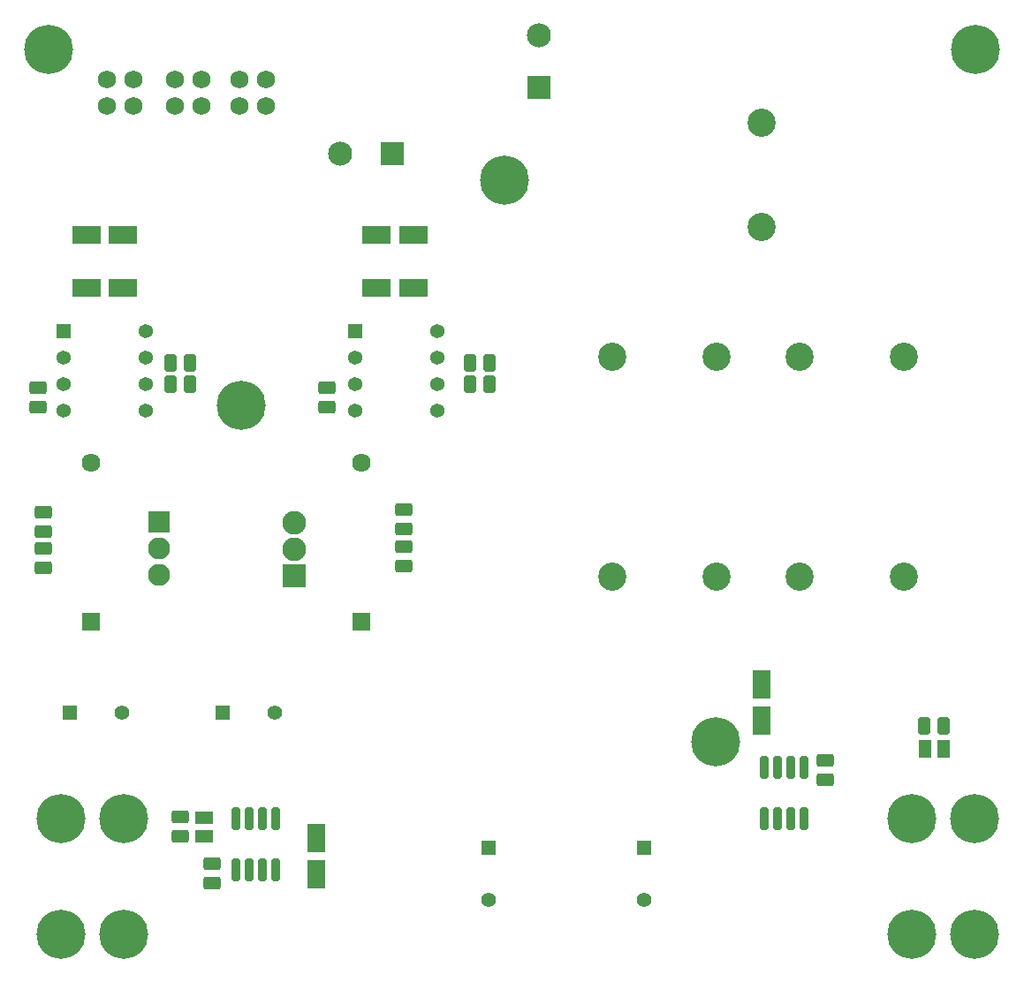
<source format=gts>
G04*
G04 #@! TF.GenerationSoftware,Altium Limited,Altium Designer,23.8.1 (32)*
G04*
G04 Layer_Color=8388736*
%FSLAX25Y25*%
%MOIN*%
G70*
G04*
G04 #@! TF.SameCoordinates,F96B85ED-F025-470D-A382-F87F92A237BF*
G04*
G04*
G04 #@! TF.FilePolarity,Negative*
G04*
G01*
G75*
G04:AMPARAMS|DCode=22|XSize=47.37mil|YSize=63.91mil|CornerRadius=8.92mil|HoleSize=0mil|Usage=FLASHONLY|Rotation=270.000|XOffset=0mil|YOffset=0mil|HoleType=Round|Shape=RoundedRectangle|*
%AMROUNDEDRECTD22*
21,1,0.04737,0.04606,0,0,270.0*
21,1,0.02953,0.06391,0,0,270.0*
1,1,0.01784,-0.02303,-0.01476*
1,1,0.01784,-0.02303,0.01476*
1,1,0.01784,0.02303,0.01476*
1,1,0.01784,0.02303,-0.01476*
%
%ADD22ROUNDEDRECTD22*%
G04:AMPARAMS|DCode=23|XSize=85.56mil|YSize=31.62mil|CornerRadius=6.95mil|HoleSize=0mil|Usage=FLASHONLY|Rotation=90.000|XOffset=0mil|YOffset=0mil|HoleType=Round|Shape=RoundedRectangle|*
%AMROUNDEDRECTD23*
21,1,0.08556,0.01772,0,0,90.0*
21,1,0.07165,0.03162,0,0,90.0*
1,1,0.01391,0.00886,0.03583*
1,1,0.01391,0.00886,-0.03583*
1,1,0.01391,-0.00886,-0.03583*
1,1,0.01391,-0.00886,0.03583*
%
%ADD23ROUNDEDRECTD23*%
G04:AMPARAMS|DCode=24|XSize=47.37mil|YSize=63.91mil|CornerRadius=8.92mil|HoleSize=0mil|Usage=FLASHONLY|Rotation=0.000|XOffset=0mil|YOffset=0mil|HoleType=Round|Shape=RoundedRectangle|*
%AMROUNDEDRECTD24*
21,1,0.04737,0.04606,0,0,0.0*
21,1,0.02953,0.06391,0,0,0.0*
1,1,0.01784,0.01476,-0.02303*
1,1,0.01784,-0.01476,-0.02303*
1,1,0.01784,-0.01476,0.02303*
1,1,0.01784,0.01476,0.02303*
%
%ADD24ROUNDEDRECTD24*%
%ADD25R,0.06509X0.05131*%
%ADD26R,0.05131X0.06509*%
%ADD27R,0.10642X0.07099*%
%ADD28R,0.07099X0.10642*%
%ADD29C,0.09068*%
%ADD30R,0.09068X0.09068*%
%ADD31R,0.09068X0.09068*%
%ADD32C,0.18517*%
%ADD33R,0.05524X0.05524*%
%ADD34C,0.05524*%
%ADD35R,0.05524X0.05524*%
%ADD36C,0.05363*%
%ADD37R,0.05363X0.05363*%
%ADD38C,0.08950*%
%ADD39R,0.08950X0.08950*%
%ADD40R,0.07060X0.07060*%
%ADD41C,0.07060*%
%ADD42C,0.08359*%
%ADD43R,0.08359X0.08359*%
%ADD44C,0.10642*%
%ADD45C,0.06883*%
D22*
X412000Y245181D02*
D03*
Y237819D02*
D03*
X180500Y206181D02*
D03*
Y198819D02*
D03*
X168500Y216319D02*
D03*
Y223681D02*
D03*
X224000Y378319D02*
D03*
Y385681D02*
D03*
X115000Y378319D02*
D03*
Y385681D02*
D03*
X117000Y338681D02*
D03*
Y331319D02*
D03*
Y317638D02*
D03*
Y325000D02*
D03*
X253000Y318319D02*
D03*
Y325681D02*
D03*
Y339681D02*
D03*
Y332319D02*
D03*
D23*
X389000Y242488D02*
D03*
X394000D02*
D03*
X399000D02*
D03*
X404000D02*
D03*
Y223000D02*
D03*
X399000D02*
D03*
X394000D02*
D03*
X389000D02*
D03*
X204500Y203756D02*
D03*
X199500D02*
D03*
X194500D02*
D03*
X189500D02*
D03*
Y223244D02*
D03*
X194500D02*
D03*
X199500D02*
D03*
X204500D02*
D03*
D24*
X277819Y395000D02*
D03*
X285181D02*
D03*
X277819Y387000D02*
D03*
X285181D02*
D03*
X164819Y395000D02*
D03*
X172181D02*
D03*
X164819Y387000D02*
D03*
X172181D02*
D03*
X456681Y258000D02*
D03*
X449319D02*
D03*
D25*
X177500Y216457D02*
D03*
Y223543D02*
D03*
D26*
X456543Y249500D02*
D03*
X449457D02*
D03*
D27*
X146890Y423500D02*
D03*
X133110D02*
D03*
X146890Y443500D02*
D03*
X133110D02*
D03*
X256390Y423500D02*
D03*
X242610D02*
D03*
X256390Y443500D02*
D03*
X242610D02*
D03*
D28*
X220000Y202110D02*
D03*
Y215890D02*
D03*
X388000Y260000D02*
D03*
Y273780D02*
D03*
D29*
X304000Y518685D02*
D03*
X228815Y474000D02*
D03*
D30*
X304000Y499000D02*
D03*
D31*
X248500Y474000D02*
D03*
D32*
X291000Y464000D02*
D03*
X119000Y513500D02*
D03*
X370500Y252000D02*
D03*
X147122Y179500D02*
D03*
X468500Y513500D02*
D03*
X191500Y379000D02*
D03*
X147122Y223000D02*
D03*
X123500D02*
D03*
Y179500D02*
D03*
X468122D02*
D03*
Y223000D02*
D03*
X444500D02*
D03*
Y179500D02*
D03*
D33*
X343500Y212185D02*
D03*
X285000D02*
D03*
D34*
X343500Y192500D02*
D03*
X285000D02*
D03*
X204185Y263000D02*
D03*
X146685D02*
D03*
D35*
X184500D02*
D03*
X127000D02*
D03*
D36*
X265374Y407000D02*
D03*
Y397000D02*
D03*
Y387000D02*
D03*
Y377000D02*
D03*
X234626D02*
D03*
Y387000D02*
D03*
Y397000D02*
D03*
X155374Y407000D02*
D03*
Y397000D02*
D03*
Y387000D02*
D03*
Y377000D02*
D03*
X124626D02*
D03*
Y387000D02*
D03*
Y397000D02*
D03*
D37*
X234626Y407000D02*
D03*
X124626D02*
D03*
D38*
X211500Y334744D02*
D03*
Y324744D02*
D03*
D39*
Y314744D02*
D03*
D40*
X135000Y297500D02*
D03*
X237000D02*
D03*
D41*
X135000Y357500D02*
D03*
X237000D02*
D03*
D42*
X160618Y315000D02*
D03*
Y325000D02*
D03*
D43*
Y335000D02*
D03*
D44*
X371000Y314500D02*
D03*
X331630D02*
D03*
X388000Y485870D02*
D03*
Y446500D02*
D03*
X371000Y397500D02*
D03*
X331630D02*
D03*
X441500D02*
D03*
X402130D02*
D03*
X441500Y314500D02*
D03*
X402130D02*
D03*
D45*
X201000Y502000D02*
D03*
Y492000D02*
D03*
X191000D02*
D03*
Y502000D02*
D03*
X176496D02*
D03*
Y492000D02*
D03*
X166496D02*
D03*
Y502000D02*
D03*
X150748D02*
D03*
Y492000D02*
D03*
X140748D02*
D03*
Y502000D02*
D03*
M02*

</source>
